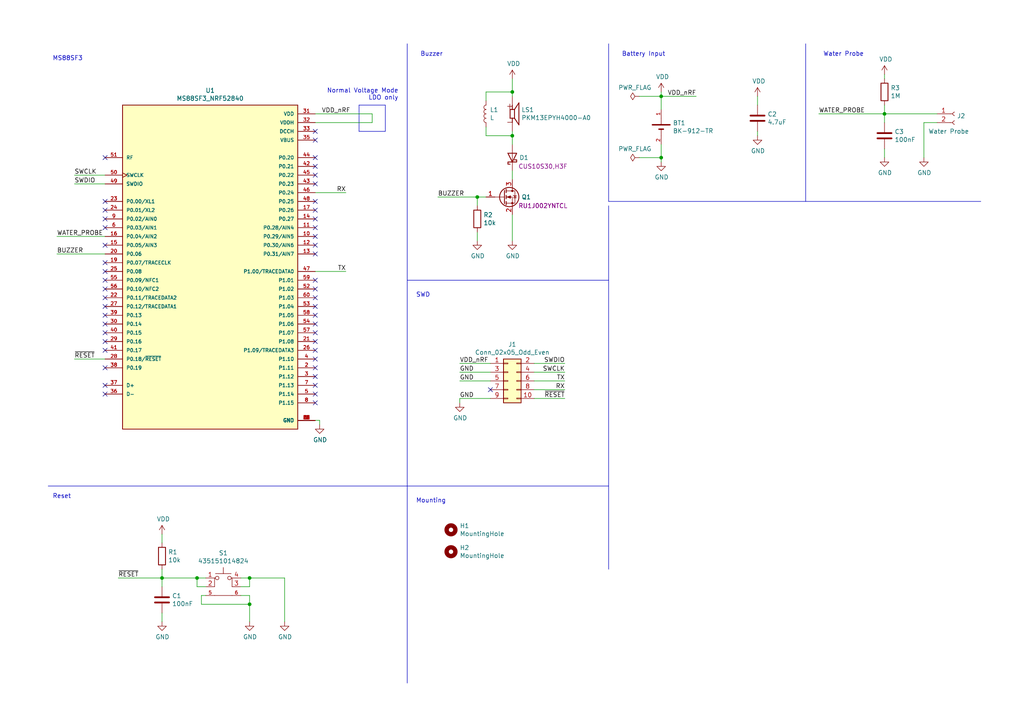
<source format=kicad_sch>
(kicad_sch (version 20230121) (generator eeschema)
  (paper "A4")
  (lib_symbols
    (symbol "435151014824:435151014824" (pin_names (offset 1.016) hide)
      (property "Reference" "S" (at -2.4384 3.556 0))
      (property "Value" "435151014824" (at -7.62 -7.62 0))
      (symbol "435151014824_0_0"
        (polyline (pts (xy -2.54 -5.08) (xy 2.54 -5.08)) (stroke (width 0.1524)))
        (pin passive line (at -5.08 -5.08 0) (length 2.54) (name "~") (number "5"))
        (pin passive line (at 5.08 -5.08 180) (length 2.54) (name "~") (number "6"))
      )
      (symbol "435151014824_1_1"
        (circle (center -1.778 0) (radius 0.508))
        (polyline (pts (xy -2.286 1.27) (xy 2.286 1.27)))
        (polyline (pts (xy 0 1.27) (xy 0 3.048)))
        (polyline (pts (xy -2.54 -2.54) (xy -2.54 0) (xy -2.286 0)))
        (polyline (pts (xy 2.54 -2.54) (xy 2.54 0) (xy 2.286 0)))
        (circle (center 1.778 0) (radius 0.508))
        (pin passive line (at -5.08 0 0) (length 2.54) (name "1") (number "1"))
        (pin passive line (at -5.08 -2.54 0) (length 2.54) (name "2") (number "2"))
        (pin passive line (at 5.08 -2.54 180) (length 2.54) (name "K") (number "3"))
        (pin passive line (at 5.08 0 180) (length 2.54) (name "A") (number "4"))
      )
    )
    (symbol "BK-912-TR:BK-912-TR" (pin_names (offset 1.016) hide)
      (property "Reference" "BT" (at -1.27 3.175 0))
      (property "Value" "BK-912-TR" (at -1.27 -5.08 0))
      (symbol "BK-912-TR_0_0"
        (polyline (pts (xy -2.54 0) (xy -0.635 0)) (stroke (width 0.1524)))
        (polyline (pts (xy -0.635 0) (xy -0.635 -0.635)) (stroke (width 0.4064)))
        (polyline (pts (xy -0.635 0.635) (xy -0.635 0)) (stroke (width 0.4064)))
        (polyline (pts (xy 0.635 0) (xy 0.635 -2.54)) (stroke (width 0.4064)))
        (polyline (pts (xy 0.635 0) (xy 2.54 0)) (stroke (width 0.1524)))
        (polyline (pts (xy 0.635 2.54) (xy 0.635 0)) (stroke (width 0.4064)))
        (pin passive line (at 5.08 0 180) (length 2.54) (name "+") (number "1"))
        (pin passive line (at -5.08 0 0) (length 2.54) (name "-") (number "2"))
      )
    )
    (symbol "Connector_Generic:Conn_02x05_Odd_Even" (pin_names (offset 1.016) hide)
      (property "Reference" "J" (at 1.27 7.62 0))
      (property "Value" "Conn_02x05_Odd_Even" (at 1.27 -7.62 0))
      (symbol "Conn_02x05_Odd_Even_1_1"
        (rectangle (start -1.27 -4.953) (end 0 -5.207) (stroke (width 0.1524)))
        (rectangle (start -1.27 -2.413) (end 0 -2.667) (stroke (width 0.1524)))
        (rectangle (start -1.27 0.127) (end 0 -0.127) (stroke (width 0.1524)))
        (rectangle (start -1.27 2.667) (end 0 2.413) (stroke (width 0.1524)))
        (rectangle (start -1.27 5.207) (end 0 4.953) (stroke (width 0.1524)))
        (rectangle (start -1.27 6.35) (end 3.81 -6.35) (stroke (width 0.254)) (fill (type background)))
        (rectangle (start 3.81 -4.953) (end 2.54 -5.207) (stroke (width 0.1524)))
        (rectangle (start 3.81 -2.413) (end 2.54 -2.667) (stroke (width 0.1524)))
        (rectangle (start 3.81 0.127) (end 2.54 -0.127) (stroke (width 0.1524)))
        (rectangle (start 3.81 2.667) (end 2.54 2.413) (stroke (width 0.1524)))
        (rectangle (start 3.81 5.207) (end 2.54 4.953) (stroke (width 0.1524)))
        (pin passive line (at -5.08 5.08 0) (length 3.81) (name "Pin_1") (number "1"))
        (pin passive line (at 7.62 -5.08 180) (length 3.81) (name "Pin_10") (number "10"))
        (pin passive line (at 7.62 5.08 180) (length 3.81) (name "Pin_2") (number "2"))
        (pin passive line (at -5.08 2.54 0) (length 3.81) (name "Pin_3") (number "3"))
        (pin passive line (at 7.62 2.54 180) (length 3.81) (name "Pin_4") (number "4"))
        (pin passive line (at -5.08 0 0) (length 3.81) (name "Pin_5") (number "5"))
        (pin passive line (at 7.62 0 180) (length 3.81) (name "Pin_6") (number "6"))
        (pin passive line (at -5.08 -2.54 0) (length 3.81) (name "Pin_7") (number "7"))
        (pin passive line (at 7.62 -2.54 180) (length 3.81) (name "Pin_8") (number "8"))
        (pin passive line (at -5.08 -5.08 0) (length 3.81) (name "Pin_9") (number "9"))
      )
    )
    (symbol "Device:C" (pin_numbers hide) (pin_names (offset 0.254))
      (property "Reference" "C" (at 0.635 2.54 0))
      (property "Value" "C" (at 0.635 -2.54 0))
      (symbol "C_0_1"
        (polyline (pts (xy -2.032 -0.762) (xy 2.032 -0.762)) (stroke (width 0.508)))
        (polyline (pts (xy -2.032 0.762) (xy 2.032 0.762)) (stroke (width 0.508)))
      )
      (symbol "C_1_1"
        (pin passive line (at 0 3.81 270) (length 2.794) (name "~") (number "1"))
        (pin passive line (at 0 -3.81 90) (length 2.794) (name "~") (number "2"))
      )
    )
    (symbol "Device:D_Schottky" (pin_numbers hide) (pin_names (offset 1.016) hide)
      (property "Reference" "D" (at 0 2.54 0))
      (property "Value" "D_Schottky" (at 0 -2.54 0))
      (symbol "D_Schottky_0_1"
        (polyline (pts (xy 1.27 0) (xy -1.27 0)))
        (polyline (pts (xy 1.27 1.27) (xy 1.27 -1.27) (xy -1.27 0) (xy 1.27 1.27)) (stroke (width 0.254)))
        (polyline (pts (xy -1.905 0.635) (xy -1.905 1.27) (xy -1.27 1.27) (xy -1.27 -1.27) (xy -0.635 -1.27) (xy -0.635 -0.635)) (stroke (width 0.254)))
      )
      (symbol "D_Schottky_1_1"
        (pin passive line (at -3.81 0 0) (length 2.54) (name "K") (number "1"))
        (pin passive line (at 3.81 0 180) (length 2.54) (name "A") (number "2"))
      )
    )
    (symbol "Device:L" (pin_numbers hide) (pin_names (offset 1.016) hide)
      (property "Reference" "L" (at -1.27 0 90))
      (property "Value" "L" (at 1.905 0 90))
      (symbol "L_0_1"
        (arc (start 0 -2.54) (mid 0.6323 -1.905) (end 0 -1.27))
        (arc (start 0 -1.27) (mid 0.6323 -0.635) (end 0 0))
        (arc (start 0 0) (mid 0.6323 0.635) (end 0 1.27))
        (arc (start 0 1.27) (mid 0.6323 1.905) (end 0 2.54))
      )
      (symbol "L_1_1"
        (pin passive line (at 0 3.81 270) (length 1.27) (name "1") (number "1"))
        (pin passive line (at 0 -3.81 90) (length 1.27) (name "2") (number "2"))
      )
    )
    (symbol "Device:Q_NMOS_GSD" (pin_names (offset 0) hide)
      (property "Reference" "Q" (at 5.08 1.27 0))
      (property "Value" "Q_NMOS_GSD" (at 5.08 -1.27 0))
      (symbol "Q_NMOS_GSD_0_1"
        (polyline (pts (xy 0.254 0) (xy -2.54 0)))
        (polyline (pts (xy 0.254 1.905) (xy 0.254 -1.905)) (stroke (width 0.254)))
        (polyline (pts (xy 0.762 -1.27) (xy 0.762 -2.286)) (stroke (width 0.254)))
        (polyline (pts (xy 0.762 0.508) (xy 0.762 -0.508)) (stroke (width 0.254)))
        (polyline (pts (xy 0.762 2.286) (xy 0.762 1.27)) (stroke (width 0.254)))
        (polyline (pts (xy 2.54 2.54) (xy 2.54 1.778)))
        (polyline (pts (xy 2.54 -2.54) (xy 2.54 0) (xy 0.762 0)))
        (polyline (pts (xy 0.762 -1.778) (xy 3.302 -1.778) (xy 3.302 1.778) (xy 0.762 1.778)))
        (polyline (pts (xy 1.016 0) (xy 2.032 0.381) (xy 2.032 -0.381) (xy 1.016 0)) (fill (type outline)))
        (polyline (pts (xy 2.794 0.508) (xy 2.921 0.381) (xy 3.683 0.381) (xy 3.81 0.254)))
        (polyline (pts (xy 3.302 0.381) (xy 2.921 -0.254) (xy 3.683 -0.254) (xy 3.302 0.381)))
        (circle (center 1.651 0) (radius 2.794) (stroke (width 0.254)))
        (circle (center 2.54 -1.778) (radius 0.254) (fill (type outline)))
        (circle (center 2.54 1.778) (radius 0.254) (fill (type outline)))
      )
      (symbol "Q_NMOS_GSD_1_1"
        (pin input line (at -5.08 0 0) (length 2.54) (name "G") (number "1"))
        (pin passive line (at 2.54 -5.08 90) (length 2.54) (name "S") (number "2"))
        (pin passive line (at 2.54 5.08 270) (length 2.54) (name "D") (number "3"))
      )
    )
    (symbol "Device:R" (pin_numbers hide) (pin_names (offset 0))
      (property "Reference" "R" (at 2.032 0 90))
      (property "Value" "R" (at 0 0 90))
      (symbol "R_0_1"
        (rectangle (start -1.016 -2.54) (end 1.016 2.54) (stroke (width 0.254)))
      )
      (symbol "R_1_1"
        (pin passive line (at 0 3.81 270) (length 1.27) (name "~") (number "1"))
        (pin passive line (at 0 -3.81 90) (length 1.27) (name "~") (number "2"))
      )
    )
    (symbol "MS88SF3_NRF52840:MS88SF3_NRF52840" (pin_names (offset 1.016))
      (property "Reference" "U" (at -25.4 46.736 0))
      (property "Value" "MS88SF3_NRF52840" (at -25.4 -50.8 0))
      (symbol "MS88SF3_NRF52840_0_0"
        (rectangle (start -25.4 -48.26) (end 25.4 45.72) (stroke (width 0.254)) (fill (type background)))
        (pin power_in line (at 30.48 -45.72 180) (length 5.08) (name "GND") (number "1"))
        (pin bidirectional line (at 30.48 7.62 180) (length 5.08) (name "P0.29/AIN5") (number "10"))
        (pin bidirectional line (at 30.48 10.16 180) (length 5.08) (name "P0.28/AIN4") (number "11"))
        (pin bidirectional line (at 30.48 5.08 180) (length 5.08) (name "P0.30/AIN6") (number "12"))
        (pin bidirectional line (at 30.48 2.54 180) (length 5.08) (name "P0.31/AIN7") (number "13"))
        (pin bidirectional line (at 30.48 12.7 180) (length 5.08) (name "P0.27") (number "14"))
        (pin bidirectional line (at -30.48 5.08 0) (length 5.08) (name "P0.05/AIN3") (number "15"))
        (pin bidirectional line (at -30.48 7.62 0) (length 5.08) (name "P0.04/AIN2") (number "16"))
        (pin bidirectional line (at 30.48 15.24 180) (length 5.08) (name "P0.26") (number "17"))
        (pin power_in line (at 30.48 -45.72 180) (length 5.08) (name "GND") (number "18"))
        (pin bidirectional line (at -30.48 0 0) (length 5.08) (name "P0.07/TRACECLK") (number "19"))
        (pin bidirectional line (at 30.48 -30.48 180) (length 5.08) (name "P1.11") (number "2"))
        (pin bidirectional line (at -30.48 2.54 0) (length 5.08) (name "P0.06") (number "20"))
        (pin bidirectional line (at 30.48 -22.86 180) (length 5.08) (name "P1.08") (number "21"))
        (pin bidirectional line (at -30.48 -10.16 0) (length 5.08) (name "P0.11/TRACEDATA2") (number "22"))
        (pin bidirectional line (at -30.48 17.78 0) (length 5.08) (name "P0.00/XL1") (number "23"))
        (pin bidirectional line (at -30.48 15.24 0) (length 5.08) (name "P0.01/XL2") (number "24"))
        (pin bidirectional line (at -30.48 -2.54 0) (length 5.08) (name "P0.08") (number "25"))
        (pin bidirectional line (at 30.48 -25.4 180) (length 5.08) (name "P1.09/TRACEDATA3") (number "26"))
        (pin bidirectional line (at -30.48 -12.7 0) (length 5.08) (name "P0.12/TRACEDATA1") (number "27"))
        (pin bidirectional line (at -30.48 -27.94 0) (length 5.08) (name "P0.18/~{RESET}") (number "28"))
        (pin bidirectional line (at -30.48 -22.86 0) (length 5.08) (name "P0.16") (number "29"))
        (pin bidirectional line (at 30.48 -33.02 180) (length 5.08) (name "P1.12") (number "3"))
        (pin bidirectional line (at -30.48 -17.78 0) (length 5.08) (name "P0.14") (number "30"))
        (pin power_in line (at 30.48 43.18 180) (length 5.08) (name "VDD") (number "31"))
        (pin power_in line (at 30.48 40.64 180) (length 5.08) (name "VDDH") (number "32"))
        (pin power_in line (at 30.48 38.1 180) (length 5.08) (name "DCCH") (number "33"))
        (pin power_in line (at 30.48 -45.72 180) (length 5.08) (name "GND") (number "34"))
        (pin power_in line (at 30.48 35.56 180) (length 5.08) (name "VBUS") (number "35"))
        (pin bidirectional line (at -30.48 -38.1 0) (length 5.08) (name "D-") (number "36"))
        (pin bidirectional line (at -30.48 -35.56 0) (length 5.08) (name "D+") (number "37"))
        (pin bidirectional line (at -30.48 -30.48 0) (length 5.08) (name "P0.19") (number "38"))
        (pin bidirectional line (at -30.48 -15.24 0) (length 5.08) (name "P0.13") (number "39"))
        (pin bidirectional line (at 30.48 -27.94 180) (length 5.08) (name "P1.10") (number "4"))
        (pin bidirectional line (at -30.48 -20.32 0) (length 5.08) (name "P0.15") (number "40"))
        (pin bidirectional line (at -30.48 -25.4 0) (length 5.08) (name "P0.17") (number "41"))
        (pin bidirectional line (at 30.48 27.94 180) (length 5.08) (name "P0.21") (number "42"))
        (pin bidirectional line (at 30.48 22.86 180) (length 5.08) (name "P0.23") (number "43"))
        (pin bidirectional line (at 30.48 30.48 180) (length 5.08) (name "P0.20") (number "44"))
        (pin bidirectional line (at 30.48 25.4 180) (length 5.08) (name "P0.22") (number "45"))
        (pin bidirectional line (at 30.48 20.32 180) (length 5.08) (name "P0.24") (number "46"))
        (pin bidirectional line (at 30.48 -2.54 180) (length 5.08) (name "P1.00/TRACEDATA0") (number "47"))
        (pin bidirectional line (at 30.48 17.78 180) (length 5.08) (name "P0.25") (number "48"))
        (pin bidirectional line (at -30.48 22.86 0) (length 5.08) (name "SWDIO") (number "49"))
        (pin bidirectional line (at 30.48 -38.1 180) (length 5.08) (name "P1.14") (number "5"))
        (pin input clock (at -30.48 25.4 0) (length 5.08) (name "SWCLK") (number "50"))
        (pin input line (at -30.48 30.48 0) (length 5.08) (name "RF") (number "51"))
        (pin bidirectional line (at 30.48 -7.62 180) (length 5.08) (name "P1.02") (number "52"))
        (pin bidirectional line (at 30.48 -12.7 180) (length 5.08) (name "P1.04") (number "53"))
        (pin bidirectional line (at 30.48 -17.78 180) (length 5.08) (name "P1.06") (number "54"))
        (pin bidirectional line (at -30.48 -5.08 0) (length 5.08) (name "P0.09/NFC1") (number "55"))
        (pin bidirectional line (at -30.48 -7.62 0) (length 5.08) (name "P0.10/NFC2") (number "56"))
        (pin bidirectional line (at 30.48 -20.32 180) (length 5.08) (name "P1.07") (number "57"))
        (pin bidirectional line (at 30.48 -15.24 180) (length 5.08) (name "P1.05") (number "58"))
        (pin bidirectional line (at 30.48 -5.08 180) (length 5.08) (name "P1.01") (number "59"))
        (pin bidirectional line (at -30.48 10.16 0) (length 5.08) (name "P0.03/AIN1") (number "6"))
        (pin bidirectional line (at 30.48 -10.16 180) (length 5.08) (name "P1.03") (number "60"))
        (pin power_in line (at 30.48 -45.72 180) (length 5.08) (name "GND") (number "61"))
        (pin power_in line (at 30.48 -45.72 180) (length 5.08) (name "GND") (number "62"))
        (pin power_in line (at 30.48 -45.72 180) (length 5.08) (name "GND") (number "63"))
        (pin power_in line (at 30.48 -45.72 180) (length 5.08) (name "GND") (number "64"))
        (pin bidirectional line (at 30.48 -35.56 180) (length 5.08) (name "P1.13") (number "7"))
        (pin bidirectional line (at 30.48 -40.64 180) (length 5.08) (name "P1.15") (number "8"))
        (pin bidirectional line (at -30.48 12.7 0) (length 5.08) (name "P0.02/AIN0") (number "9"))
      )
    )
    (symbol "Mechanical:MountingHole" (pin_names (offset 1.016))
      (property "Reference" "H" (at 0 5.08 0))
      (property "Value" "MountingHole" (at 0 3.175 0))
      (symbol "MountingHole_0_1"
        (circle (center 0 0) (radius 1.27) (stroke (width 1.27)))
      )
    )
    (symbol "PKM13EPYH4000-A0:PKM13EPYH4000-A0" (pin_numbers hide) (pin_names (offset 1.016) hide)
      (property "Reference" "LS" (at -3.81 8.9154 0))
      (property "Value" "PKM13EPYH4000-A0" (at -3.8354 -11.4808 0))
      (symbol "PKM13EPYH4000-A0_0_0"
        (polyline (pts (xy -0.635 -1.27) (xy -0.635 1.27)) (stroke (width 0.254)))
        (polyline (pts (xy -0.635 1.27) (xy 0 1.27)) (stroke (width 0.254)))
        (polyline (pts (xy 0 -1.27) (xy -0.635 -1.27)) (stroke (width 0.254)))
        (polyline (pts (xy 0 -1.27) (xy 0 -2.54)) (stroke (width 0.254)))
        (polyline (pts (xy 0 1.27) (xy 0 2.54)) (stroke (width 0.254)))
        (polyline (pts (xy 0 1.27) (xy 0.635 1.27)) (stroke (width 0.254)))
        (polyline (pts (xy 0.635 -1.27) (xy 0 -1.27)) (stroke (width 0.254)))
        (polyline (pts (xy 0.635 1.27) (xy 0.635 -1.27)) (stroke (width 0.254)))
        (polyline (pts (xy 0.635 1.27) (xy 1.905 3.175)) (stroke (width 0.254)))
        (polyline (pts (xy 1.905 -3.175) (xy 0.635 -1.27)) (stroke (width 0.254)))
        (polyline (pts (xy 1.905 3.175) (xy 1.905 -3.175)) (stroke (width 0.254)))
        (text "+" (at -1.905 1.27 0) (effects (font (size 1.778 1.778)) (justify left bottom)))
        (text "-" (at -1.905 -1.27 0) (effects (font (size 1.778 1.778)) (justify left top)))
        (pin passive line (at 0 -5.08 90) (length 2.54) (name "~") (number "N"))
        (pin passive line (at 0 5.08 270) (length 2.54) (name "~") (number "P"))
      )
    )
    (symbol "power:GND" (power) (pin_names (offset 0))
      (property "Value" "GND" (at 0 -3.81 0))
      (symbol "GND_0_1"
        (polyline (pts (xy 0 0) (xy 0 -1.27) (xy 1.27 -1.27) (xy 0 -2.54) (xy -1.27 -1.27) (xy 0 -1.27)))
      )
      (symbol "GND_1_1"
        (pin power_in line (at 0 0 270) (length 0) hide (name "GND") (number "1"))
      )
    )
    (symbol "power:PWR_FLAG" (power) (pin_numbers hide) (pin_names (offset 0) hide)
      (property "Value" "PWR_FLAG" (at 0 3.81 0))
      (symbol "PWR_FLAG_0_0"
        (pin power_out line (at 0 0 90) (length 0) (name "pwr") (number "1"))
      )
      (symbol "PWR_FLAG_0_1"
        (polyline (pts (xy 0 0) (xy 0 1.27) (xy -1.016 1.905) (xy 0 2.54) (xy 1.016 1.905) (xy 0 1.27)))
      )
    )
    (symbol "power:VDD" (power) (pin_names (offset 0))
      (property "Value" "VDD" (at 0 3.81 0))
      (symbol "VDD_0_1"
        (polyline (pts (xy -0.762 1.27) (xy 0 2.54)))
        (polyline (pts (xy 0 0) (xy 0 2.54)))
        (polyline (pts (xy 0 2.54) (xy 0.762 1.27)))
      )
      (symbol "VDD_1_1"
        (pin power_in line (at 0 0 90) (length 0) hide (name "VDD") (number "1"))
      )
    )
    (symbol "project-nrf-leak-detector-rescue:Conn_01x02_Female-Connector" (pin_names (offset 1.016) hide)
      (property "Reference" "J" (at 0 2.54 0))
      (property "Value" "Connector_Conn_01x02_Female" (at 0 -5.08 0))
      (symbol "Conn_01x02_Female-Connector_1_1"
        (arc (start 0 -2.032) (mid -0.5058 -2.54) (end 0 -3.048) (stroke (width 0.1524)))
        (polyline (pts (xy -1.27 -2.54) (xy -0.508 -2.54)) (stroke (width 0.1524)))
        (polyline (pts (xy -1.27 0) (xy -0.508 0)) (stroke (width 0.1524)))
        (arc (start 0 0.508) (mid -0.5058 0) (end 0 -0.508) (stroke (width 0.1524)))
        (pin passive line (at -5.08 0 0) (length 3.81) (name "Pin_1") (number "1"))
        (pin passive line (at -5.08 -2.54 0) (length 3.81) (name "Pin_2") (number "2"))
      )
    )
  )
  (junction (at 148.59 26.67))
  (junction (at 191.77 27.94))
  (junction (at 148.59 39.37))
  (junction (at 191.77 45.72))
  (junction (at 57.15 167.64))
  (junction (at 72.39 167.64))
  (junction (at 138.43 57.15))
  (junction (at 72.39 175.26))
  (junction (at 256.54 33.02))
  (junction (at 46.99 167.64))
  (no_connect (at 30.48 60.96))
  (no_connect (at 91.44 48.26))
  (no_connect (at 91.44 45.72))
  (no_connect (at 30.48 111.76))
  (no_connect (at 30.48 71.12))
  (no_connect (at 91.44 40.64))
  (no_connect (at 91.44 93.98))
  (no_connect (at 30.48 91.44))
  (no_connect (at 30.48 99.06))
  (no_connect (at 91.44 71.12))
  (no_connect (at 30.48 78.74))
  (no_connect (at 91.44 106.68))
  (no_connect (at 30.48 63.5))
  (no_connect (at 30.48 114.3))
  (no_connect (at 30.48 66.04))
  (no_connect (at 30.48 101.6))
  (no_connect (at 91.44 91.44))
  (no_connect (at 91.44 101.6))
  (no_connect (at 91.44 116.84))
  (no_connect (at 30.48 96.52))
  (no_connect (at 91.44 81.28))
  (no_connect (at 30.48 88.9))
  (no_connect (at 91.44 53.34))
  (no_connect (at 30.48 58.42))
  (no_connect (at 91.44 111.76))
  (no_connect (at 91.44 60.96))
  (no_connect (at 91.44 104.14))
  (no_connect (at 30.48 86.36))
  (no_connect (at 91.44 50.8))
  (no_connect (at 142.24 113.03))
  (no_connect (at 30.48 81.28))
  (no_connect (at 91.44 114.3))
  (no_connect (at 30.48 76.2))
  (no_connect (at 91.44 68.58))
  (no_connect (at 91.44 38.1))
  (no_connect (at 91.44 83.82))
  (no_connect (at 91.44 99.06))
  (no_connect (at 91.44 66.04))
  (no_connect (at 30.48 45.72))
  (no_connect (at 91.44 86.36))
  (no_connect (at 30.48 106.68))
  (no_connect (at 30.48 93.98))
  (no_connect (at 91.44 109.22))
  (no_connect (at 91.44 58.42))
  (no_connect (at 91.44 63.5))
  (no_connect (at 91.44 96.52))
  (no_connect (at 91.44 88.9))
  (no_connect (at 91.44 73.66))
  (no_connect (at 30.48 83.82))
  (wire (pts (xy 267.97 35.56) (xy 271.78 35.56)))
  (wire (pts (xy 154.94 107.95) (xy 163.83 107.95)))
  (wire (pts (xy 82.55 167.64) (xy 82.55 180.34)))
  (wire (pts (xy 92.71 121.92) (xy 91.44 121.92)))
  (wire (pts (xy 142.24 105.41) (xy 133.35 105.41)))
  (wire (pts (xy 127 57.15) (xy 138.43 57.15)))
  (wire (pts (xy 107.95 33.02) (xy 107.95 35.56)))
  (wire (pts (xy 256.54 21.59) (xy 256.54 22.86)))
  (wire (pts (xy 46.99 165.1) (xy 46.99 167.64)))
  (wire (pts (xy 191.77 27.94) (xy 191.77 31.75)))
  (wire (pts (xy 72.39 170.18) (xy 72.39 167.64)))
  (wire (pts (xy 21.59 104.14) (xy 30.48 104.14)))
  (wire (pts (xy 191.77 41.91) (xy 191.77 45.72)))
  (wire (pts (xy 57.15 167.64) (xy 59.69 167.64)))
  (wire (pts (xy 219.71 38.1) (xy 219.71 39.37)))
  (polyline (pts (xy 118.11 12.7) (xy 118.11 198.12)))
  (wire (pts (xy 100.33 78.74) (xy 91.44 78.74)))
  (wire (pts (xy 148.59 39.37) (xy 148.59 41.91)))
  (wire (pts (xy 72.39 175.26) (xy 72.39 180.34)))
  (wire (pts (xy 256.54 30.48) (xy 256.54 33.02)))
  (wire (pts (xy 191.77 26.67) (xy 191.77 27.94)))
  (wire (pts (xy 237.49 33.02) (xy 256.54 33.02)))
  (wire (pts (xy 191.77 45.72) (xy 191.77 46.99)))
  (wire (pts (xy 133.35 115.57) (xy 142.24 115.57)))
  (wire (pts (xy 148.59 49.53) (xy 148.59 52.07)))
  (wire (pts (xy 58.42 172.72) (xy 58.42 175.26)))
  (wire (pts (xy 148.59 26.67) (xy 148.59 27.94)))
  (wire (pts (xy 16.51 73.66) (xy 30.48 73.66)))
  (wire (pts (xy 140.97 36.83) (xy 140.97 39.37)))
  (wire (pts (xy 91.44 33.02) (xy 107.95 33.02)))
  (wire (pts (xy 46.99 167.64) (xy 57.15 167.64)))
  (wire (pts (xy 256.54 33.02) (xy 271.78 33.02)))
  (polyline (pts (xy 233.68 58.42) (xy 233.68 12.7)))
  (wire (pts (xy 34.29 167.64) (xy 46.99 167.64)))
  (wire (pts (xy 154.94 113.03) (xy 163.83 113.03)))
  (wire (pts (xy 133.35 110.49) (xy 142.24 110.49)))
  (wire (pts (xy 185.42 45.72) (xy 191.77 45.72)))
  (wire (pts (xy 69.85 167.64) (xy 72.39 167.64)))
  (wire (pts (xy 138.43 69.85) (xy 138.43 67.31)))
  (wire (pts (xy 201.93 27.94) (xy 191.77 27.94)))
  (wire (pts (xy 148.59 38.1) (xy 148.59 39.37)))
  (wire (pts (xy 140.97 29.21) (xy 140.97 26.67)))
  (wire (pts (xy 267.97 45.72) (xy 267.97 35.56)))
  (wire (pts (xy 59.69 170.18) (xy 57.15 170.18)))
  (polyline (pts (xy 111.76 38.1) (xy 111.76 30.48)))
  (wire (pts (xy 59.69 172.72) (xy 58.42 172.72)))
  (wire (pts (xy 140.97 39.37) (xy 148.59 39.37)))
  (polyline (pts (xy 176.53 12.7) (xy 176.53 58.42)))
  (wire (pts (xy 138.43 59.69) (xy 138.43 57.15)))
  (wire (pts (xy 256.54 33.02) (xy 256.54 35.56)))
  (wire (pts (xy 140.97 26.67) (xy 148.59 26.67)))
  (polyline (pts (xy 118.11 81.28) (xy 176.53 81.28)))
  (wire (pts (xy 72.39 167.64) (xy 82.55 167.64)))
  (wire (pts (xy 46.99 154.94) (xy 46.99 157.48)))
  (wire (pts (xy 46.99 167.64) (xy 46.99 170.18)))
  (wire (pts (xy 148.59 22.86) (xy 148.59 26.67)))
  (polyline (pts (xy 13.97 140.97) (xy 176.53 140.97)))
  (wire (pts (xy 91.44 35.56) (xy 107.95 35.56)))
  (wire (pts (xy 148.59 62.23) (xy 148.59 69.85)))
  (wire (pts (xy 256.54 43.18) (xy 256.54 45.72)))
  (wire (pts (xy 163.83 115.57) (xy 154.94 115.57)))
  (wire (pts (xy 57.15 170.18) (xy 57.15 167.64)))
  (wire (pts (xy 69.85 172.72) (xy 72.39 172.72)))
  (wire (pts (xy 185.42 27.94) (xy 191.77 27.94)))
  (wire (pts (xy 133.35 107.95) (xy 142.24 107.95)))
  (polyline (pts (xy 104.14 38.1) (xy 111.76 38.1)))
  (polyline (pts (xy 111.76 30.48) (xy 104.14 30.48)))
  (wire (pts (xy 21.59 50.8) (xy 30.48 50.8)))
  (wire (pts (xy 138.43 57.15) (xy 140.97 57.15)))
  (wire (pts (xy 46.99 177.8) (xy 46.99 180.34)))
  (polyline (pts (xy 176.53 58.42) (xy 284.48 58.42)))
  (wire (pts (xy 58.42 175.26) (xy 72.39 175.26)))
  (wire (pts (xy 21.59 53.34) (xy 30.48 53.34)))
  (polyline (pts (xy 176.53 59.69) (xy 176.53 165.1)))
  (wire (pts (xy 133.35 116.84) (xy 133.35 115.57)))
  (wire (pts (xy 72.39 172.72) (xy 72.39 175.26)))
  (polyline (pts (xy 104.14 30.48) (xy 104.14 38.1)))
  (wire (pts (xy 16.51 68.58) (xy 30.48 68.58)))
  (wire (pts (xy 92.71 123.19) (xy 92.71 121.92)))
  (wire (pts (xy 163.83 105.41) (xy 154.94 105.41)))
  (wire (pts (xy 219.71 27.94) (xy 219.71 30.48)))
  (wire (pts (xy 100.33 55.88) (xy 91.44 55.88)))
  (wire (pts (xy 154.94 110.49) (xy 163.83 110.49)))
  (wire (pts (xy 69.85 170.18) (xy 72.39 170.18)))
  (text "Battery Input" (at 180.34 16.51 0) (effects (font (size 1.27 1.27)) (justify left bottom)))
  (text "Buzzer" (at 121.92 16.51 0) (effects (font (size 1.27 1.27)) (justify left bottom)))
  (text "Water Probe" (at 238.76 16.51 0) (effects (font (size 1.27 1.27)) (justify left bottom)))
  (text "Mounting" (at 120.65 146.05 0) (effects (font (size 1.27 1.27)) (justify left bottom)))
  (text "MS88SF3" (at 15.24 17.78 0) (effects (font (size 1.27 1.27)) (justify left bottom)))
  (text "SWD" (at 120.65 86.36 0) (effects (font (size 1.27 1.27)) (justify left bottom)))
  (text "Normal Voltage Mode\nLDO only" (at 115.57 29.21 0) (effects (font (size 1.27 1.27)) (justify right bottom)))
  (text "Reset" (at 15.24 144.78 0) (effects (font (size 1.27 1.27)) (justify left bottom)))
  (label "WATER_PROBE" (at 16.51 68.58 0))
  (label "GND" (at 133.35 110.49 0))
  (label "BUZZER" (at 127 57.15 0))
  (label "BUZZER" (at 16.51 73.66 0))
  (label "SWDIO" (at 21.59 53.34 0))
  (label "SWCLK" (at 21.59 50.8 0))
  (label "~{RESET}" (at 163.83 115.57 180))
  (label "RX" (at 100.33 55.88 180))
  (label "~{RESET}" (at 34.29 167.64 0))
  (label "VDD_nRF" (at 133.35 105.41 0))
  (label "RX" (at 163.83 113.03 180))
  (label "SWDIO" (at 163.83 105.41 180))
  (label "GND" (at 133.35 107.95 0))
  (label "TX" (at 163.83 110.49 180))
  (label "WATER_PROBE" (at 237.49 33.02 0))
  (label "SWCLK" (at 163.83 107.95 180))
  (label "TX" (at 100.33 78.74 180))
  (label "VDD_nRF" (at 101.6 33.02 180))
  (label "VDD_nRF" (at 201.93 27.94 180))
  (label "~{RESET}" (at 21.59 104.14 0))
  (label "GND" (at 133.35 115.57 0))
  (symbol (lib_id "power:GND") (at 46.99 180.34 0) (unit 1)
    (property "Reference" "#PWR01" (effects hide))
    (property "Value" "GND" (at 47.117 184.7342 0))
  )
  (symbol (lib_id "Device:R") (at 46.99 161.29 0) (unit 1)
    (property "Reference" "R1" (at 48.768 160.1216 0) (effects (justify left)))
    (property "Value" "10k" (at 48.768 162.433 0) (effects (justify left)))
    (property "Footprint" "Resistor_SMD:R_0603_1608Metric" (effects hide))
  )
  (symbol (lib_id "Device:C") (at 46.99 173.99 0) (unit 1)
    (property "Reference" "C1" (at 49.911 172.8216 0) (effects (justify left)))
    (property "Value" "100nF" (at 49.911 175.133 0) (effects (justify left)))
    (property "Footprint" "Capacitor_SMD:C_0603_1608Metric" (effects hide))
  )
  (symbol (lib_id "Connector_Generic:Conn_02x05_Odd_Even") (at 147.32 110.49 0) (unit 1)
    (property "Reference" "J1" (at 148.59 99.8982 0))
    (property "Value" "Conn_02x05_Odd_Even" (at 148.59 102.2096 0))
    (property "Footprint" "Connector_PinHeader_1.27mm:PinHeader_2x05_P1.27mm_Vertical_SMD" (effects hide))
  )
  (symbol (lib_id "Device:C") (at 219.71 34.29 0) (unit 1)
    (property "Reference" "C2" (at 222.631 33.1216 0) (effects (justify left)))
    (property "Value" "4.7uF" (at 222.631 35.433 0) (effects (justify left)))
    (property "Footprint" "Capacitor_SMD:C_0805_2012Metric" (effects hide))
  )
  (symbol (lib_id "power:GND") (at 82.55 180.34 0) (unit 1)
    (property "Reference" "#PWR0102" (effects hide))
    (property "Value" "GND" (at 82.677 184.7342 0))
  )
  (symbol (lib_id "power:GND") (at 133.35 116.84 0) (unit 1)
    (property "Reference" "#PWR0103" (effects hide))
    (property "Value" "GND" (at 133.477 121.2342 0))
  )
  (symbol (lib_id "power:GND") (at 92.71 123.19 0) (unit 1)
    (property "Reference" "#PWR0104" (effects hide))
    (property "Value" "GND" (at 92.837 127.5842 0))
  )
  (symbol (lib_id "power:GND") (at 219.71 39.37 0) (unit 1)
    (property "Reference" "#PWR0105" (effects hide))
    (property "Value" "GND" (at 219.837 43.7642 0))
  )
  (symbol (lib_id "435151014824:435151014824") (at 64.77 167.64 0) (unit 1)
    (property "Reference" "S1" (at 64.77 160.401 0))
    (property "Value" "435151014824" (at 64.77 162.7124 0))
    (property "Footprint" "435151014824" (effects hide))
    (property "PART-NUMBER" "435151014824" (effects hide))
    (property "QTY" "9500" (effects hide))
    (property "DATASHEET-URL" "https://www.we-online.com/catalog/datasheet/435151014824 .pdf" (effects hide))
    (property "H" "1.4mm" (effects hide))
    (property "OPERATION-FORCE" "240g" (effects hide))
    (property "VALUE" "435151014824" (effects hide))
  )
  (symbol (lib_id "power:GND") (at 72.39 180.34 0) (unit 1)
    (property "Reference" "#PWR03" (effects hide))
    (property "Value" "GND" (at 72.517 184.7342 0))
  )
  (symbol (lib_id "MS88SF3_NRF52840:MS88SF3_NRF52840") (at 60.96 76.2 0) (unit 1)
    (property "Reference" "U1" (at 60.96 26.2382 0))
    (property "Value" "MS88SF3_NRF52840" (at 60.96 28.5496 0))
    (property "Footprint" "MODULE_MS88SF3_NRF52840" (effects hide))
    (property "MAXIMUM_PACKAGE_HEIGHT" "2.15mm" (effects hide))
    (property "PARTREV" "V1.1" (effects hide))
    (property "MANUFACTURER" "Minew" (effects hide))
    (property "SNAPEDA_PN" "MS88SF3 NRF52840" (effects hide))
    (property "STANDARD" "Manufacturer Recommendations" (effects hide))
  )
  (symbol (lib_id "power:GND") (at 191.77 46.99 0) (unit 1)
    (property "Reference" "#PWR0111" (effects hide))
    (property "Value" "GND" (at 191.897 51.3842 0))
  )
  (symbol (lib_id "Mechanical:MountingHole") (at 130.81 153.67 0) (unit 1)
    (property "Reference" "H1" (at 133.35 152.5016 0) (effects (justify left)))
    (property "Value" "MountingHole" (at 133.35 154.813 0) (effects (justify left)))
    (property "Footprint" "MountingHole:MountingHole_5mm" (effects hide))
  )
  (symbol (lib_id "Mechanical:MountingHole") (at 130.81 160.02 0) (unit 1)
    (property "Reference" "H2" (at 133.35 158.8516 0) (effects (justify left)))
    (property "Value" "MountingHole" (at 133.35 161.163 0) (effects (justify left)))
    (property "Footprint" "MountingHole:MountingHole_5mm" (effects hide))
  )
  (symbol (lib_id "PKM13EPYH4000-A0:PKM13EPYH4000-A0") (at 148.59 33.02 0) (unit 1)
    (property "Reference" "LS1" (at 151.2316 31.8516 0) (effects (justify left)))
    (property "Value" "PKM13EPYH4000-A0" (at 151.2316 34.163 0) (effects (justify left)))
    (property "Footprint" "PKM13EPYH4000-A0:SPKR_PKM13EPYH4000-A0_SMD" (effects hide))
    (property "PARTREV" "December 26, 2017" (effects hide))
    (property "MANUFACTURER" "Murata Electronics" (effects hide))
    (property "STANDARD" "IPC-7351B" (effects hide))
    (property "MAXIMUM_PACKAGE_HEIGHT" "6.9 mm" (effects hide))
  )
  (symbol (lib_id "project-nrf-leak-detector-rescue:Conn_01x02_Female-Connector") (at 276.86 33.02 0) (unit 1)
    (property "Reference" "J2" (at 277.5712 33.6296 0) (effects (justify left)))
    (property "Value" "Water Probe" (at 269.24 38.1 0) (effects (justify left)))
    (property "Footprint" "TZ022101B000G:TZ022101B000G" (effects hide))
  )
  (symbol (lib_id "Device:Q_NMOS_GSD") (at 146.05 57.15 0) (unit 1)
    (property "Reference" "Q1" (at 151.257 57.15 0) (effects (justify left)))
    (property "Value" "Q_NMOS_GSD" (effects hide))
    (property "Footprint" "Package_TO_SOT_SMD:SOT-323_SC-70" (effects hide))
    (property "MPN" "RU1J002YNTCL" (at 157.48 59.69 0))
  )
  (symbol (lib_id "Device:D_Schottky") (at 148.59 45.72 90) (unit 1)
    (property "Reference" "D1" (at 150.622 45.72 90) (effects (justify right)))
    (property "Value" "D_Schottky" (effects hide))
    (property "Footprint" "CUS10S30,H3F:DIO_CUS520,H3F" (effects hide))
    (property "MPN" "CUS10S30,H3F" (at 157.48 48.26 90))
  )
  (symbol (lib_id "Device:L") (at 140.97 33.02 180) (unit 1)
    (property "Reference" "L1" (at 142.0876 31.8516 0) (effects (justify right)))
    (property "Value" "L" (at 142.0876 34.163 0) (effects (justify right)))
    (property "Footprint" "22R686MC:INDP7870X750" (effects hide))
  )
  (symbol (lib_id "Device:R") (at 138.43 63.5 0) (unit 1)
    (property "Reference" "R2" (at 140.208 62.3316 0) (effects (justify left)))
    (property "Value" "10k" (at 140.208 64.643 0) (effects (justify left)))
    (property "Footprint" "Resistor_SMD:R_0603_1608Metric" (effects hide))
  )
  (symbol (lib_id "power:GND") (at 138.43 69.85 0) (unit 1)
    (property "Reference" "#PWR0101" (effects hide))
    (property "Value" "GND" (at 138.557 74.2442 0))
  )
  (symbol (lib_id "power:GND") (at 267.97 45.72 0) (unit 1)
    (property "Reference" "#PWR0106" (effects hide))
    (property "Value" "GND" (at 268.097 50.1142 0))
  )
  (symbol (lib_id "power:GND") (at 148.59 69.85 0) (unit 1)
    (property "Reference" "#PWR0107" (effects hide))
    (property "Value" "GND" (at 148.717 74.2442 0))
  )
  (symbol (lib_id "power:PWR_FLAG") (at 185.42 45.72 90) (unit 1)
    (property "Reference" "#FLG0102" (effects hide))
    (property "Value" "PWR_FLAG" (at 184.15 43.18 90))
  )
  (symbol (lib_id "power:PWR_FLAG") (at 185.42 27.94 90) (unit 1)
    (property "Reference" "#FLG0104" (effects hide))
    (property "Value" "PWR_FLAG" (at 184.15 25.4 90))
  )
  (symbol (lib_id "Device:R") (at 256.54 26.67 0) (unit 1)
    (property "Reference" "R3" (at 258.318 25.5016 0) (effects (justify left)))
    (property "Value" "1M" (at 258.318 27.813 0) (effects (justify left)))
    (property "Footprint" "Resistor_SMD:R_0603_1608Metric" (effects hide))
  )
  (symbol (lib_id "power:VDD") (at 191.77 26.67 0) (unit 1)
    (property "Reference" "#PWR0108" (effects hide))
    (property "Value" "VDD" (at 192.151 22.2758 0))
  )
  (symbol (lib_id "power:VDD") (at 219.71 27.94 0) (unit 1)
    (property "Reference" "#PWR0109" (effects hide))
    (property "Value" "VDD" (at 220.091 23.5458 0))
  )
  (symbol (lib_id "power:VDD") (at 256.54 21.59 0) (unit 1)
    (property "Reference" "#PWR0110" (effects hide))
    (property "Value" "VDD" (at 256.921 17.1958 0))
  )
  (symbol (lib_id "power:VDD") (at 148.59 22.86 0) (unit 1)
    (property "Reference" "#PWR0112" (effects hide))
    (property "Value" "VDD" (at 148.971 18.4658 0))
  )
  (symbol (lib_id "power:VDD") (at 46.99 154.94 0) (unit 1)
    (property "Reference" "#PWR0113" (effects hide))
    (property "Value" "VDD" (at 47.371 150.5458 0))
  )
  (symbol (lib_id "BK-912-TR:BK-912-TR") (at 191.77 36.83 90) (unit 1)
    (property "Reference" "BT1" (at 195.1482 35.6616 90) (effects (justify right)))
    (property "Value" "BK-912-TR" (at 195.1482 37.973 90) (effects (justify right)))
    (property "Footprint" "BK-912:MPD_BK-912-TR" (effects hide))
    (property "STANDARD" "Manufacturer Recommendations" (effects hide))
    (property "PARTREV" "H" (effects hide))
    (property "MANUFACTURER" "MPD" (effects hide))
  )
  (symbol (lib_id "Device:C") (at 256.54 39.37 0) (unit 1)
    (property "Reference" "C3" (at 259.461 38.2016 0) (effects (justify left)))
    (property "Value" "100nF" (at 259.461 40.513 0) (effects (justify left)))
    (property "Footprint" "Capacitor_SMD:C_0603_1608Metric" (effects hide))
  )
  (symbol (lib_id "power:GND") (at 256.54 45.72 0) (unit 1)
    (property "Reference" "#PWR02" (effects hide))
    (property "Value" "GND" (at 256.667 50.1142 0))
  )
)
</source>
